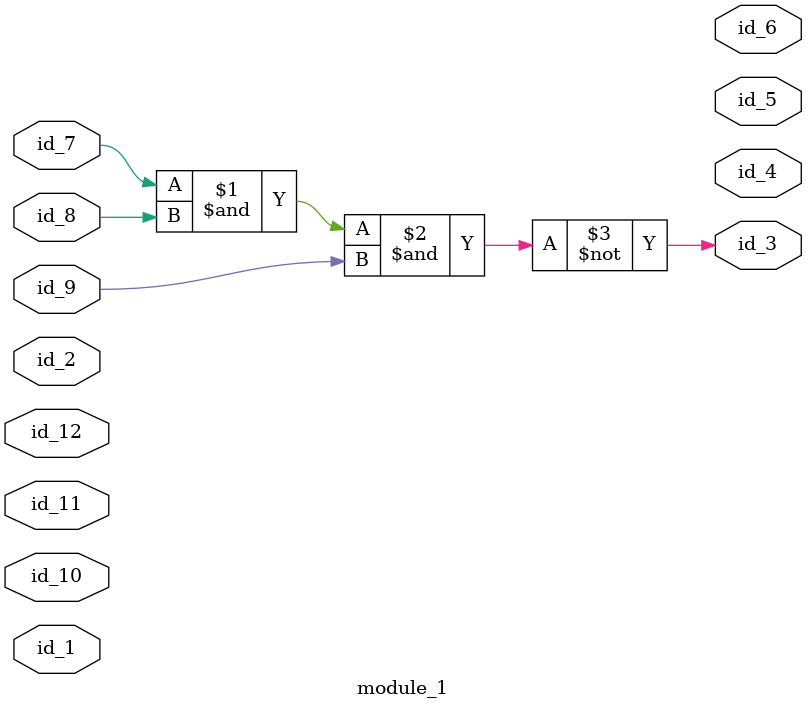
<source format=v>
module module_0 ();
  parameter id_1 = 1;
endmodule
module module_1 (
    id_1,
    id_2,
    id_3,
    id_4,
    id_5,
    id_6,
    id_7,
    id_8,
    id_9,
    id_10,
    id_11,
    id_12
);
  input wire id_12;
  input wire id_11;
  input wire id_10;
  input wire id_9;
  inout wire id_8;
  module_0 modCall_1 ();
  inout wire id_7;
  output wire id_6;
  output wire id_5;
  output wire id_4;
  output wire id_3;
  input wire id_2;
  input wire id_1;
  parameter id_13 = -1;
  nand primCall (id_3, id_7, id_8, id_9);
endmodule

</source>
